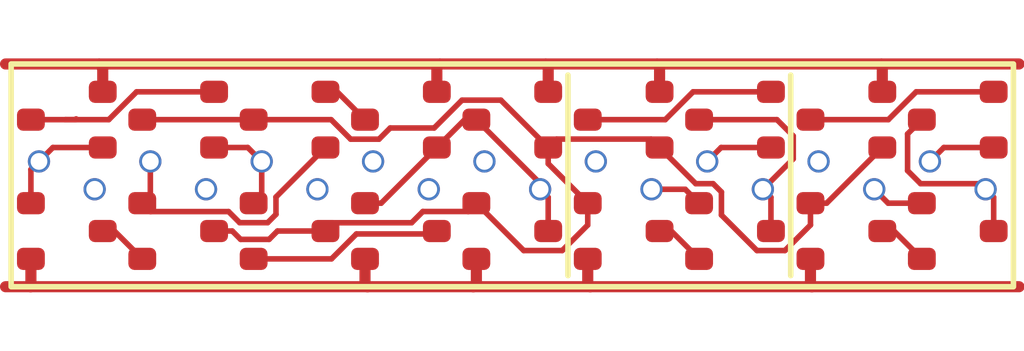
<source format=kicad_pcb>
(kicad_pcb (version 20241229) (generator "pcbnew") (generator_version "9.0")
  (layers (0 "F.Cu" signal) (2 "B.Cu" signal) (13 "F.Paste" user) (15 "B.Paste" user) (5 "F.SilkS" user "F.Silkscreen") (7 "B.SilkS" user "B.Silkscreen") (1 "F.Mask" user) (3 "B.Mask" user) (25 "Edge.Cuts" user))
  (net 0 "")
  (net 1 "GND")
  (net 2 "VDD")
  (net 3 "D")
  (net 4 "Q")
  (net 5 "latch.NOT1.intN")
  (net 6 "CLK")
  (net 7 "latch.NOT1.Y")
  (net 8 "latch.NOT1.intP")
  (net 9 "nCLK")
  (net 10 "latch.NOT3.intN")
  (net 11 "latch.NOT3.intP")
  (net 12 "port1.intN")
  (net 13 "EN1")
  (net 14 "Q1")
  (net 15 "port1.intP")
  (net 16 "nEN1")
  (net 17 "port2.intN")
  (net 18 "EN2")
  (net 19 "Q2")
  (net 20 "port2.intP")
  (net 21 "nEN2")
  (footprint "RV523:SOT523" (layer "F.Cu") (at 11 1 180)
    (property "Reference" "port1.P1" (hide yes))
    (property "Value" "PMOS" (hide yes))
    (pad "1" smd roundrect (at -0.645 -0.5) (size 0.5 0.399) (layers "F.Cu" "F.Mask" "F.Paste") (roundrect_rratio 0.275) (net 7 "latch.NOT1.Y"))
    (pad "2" smd roundrect (at -0.645 0.5) (size 0.5 0.399) (layers "F.Cu" "F.Mask" "F.Paste") (roundrect_rratio 0.275) (net 2 "VDD"))
    (pad "3" smd roundrect (at 0.645 0) (size 0.5 0.399) (layers "F.Cu" "F.Mask" "F.Paste") (roundrect_rratio 0.275) (net 15 "port1.intP"))
  )
  (footprint "RV523:SOT523" (layer "F.Cu") (at 15 1 180)
    (property "Reference" "port2.P1" (hide yes))
    (property "Value" "PMOS" (hide yes))
    (pad "1" smd roundrect (at -0.645 -0.5) (size 0.5 0.399) (layers "F.Cu" "F.Mask" "F.Paste") (roundrect_rratio 0.275) (net 7 "latch.NOT1.Y"))
    (pad "2" smd roundrect (at -0.645 0.5) (size 0.5 0.399) (layers "F.Cu" "F.Mask" "F.Paste") (roundrect_rratio 0.275) (net 2 "VDD"))
    (pad "3" smd roundrect (at 0.645 0) (size 0.5 0.399) (layers "F.Cu" "F.Mask" "F.Paste") (roundrect_rratio 0.275) (net 20 "port2.intP"))
  )
  (footprint "RV523:SOT523" (layer "F.Cu") (at 17 1 180)
    (property "Reference" "port2.P2" (hide yes))
    (property "Value" "PMOS" (hide yes))
    (pad "1" smd roundrect (at -0.645 -0.5) (size 0.5 0.399) (layers "F.Cu" "F.Mask" "F.Paste") (roundrect_rratio 0.275) (net 21 "nEN2"))
    (pad "2" smd roundrect (at -0.645 0.5) (size 0.5 0.399) (layers "F.Cu" "F.Mask" "F.Paste") (roundrect_rratio 0.275) (net 20 "port2.intP"))
    (pad "3" smd roundrect (at 0.645 0) (size 0.5 0.399) (layers "F.Cu" "F.Mask" "F.Paste") (roundrect_rratio 0.275) (net 19 "Q2"))
  )
  (footprint "RV523:SOT523" (layer "F.Cu") (at 9 1 180)
    (property "Reference" "latch.NOT2.P1" (hide yes))
    (property "Value" "PMOS" (hide yes))
    (pad "1" smd roundrect (at -0.645 -0.5) (size 0.5 0.399) (layers "F.Cu" "F.Mask" "F.Paste") (roundrect_rratio 0.275) (net 7 "latch.NOT1.Y"))
    (pad "2" smd roundrect (at -0.645 0.5) (size 0.5 0.399) (layers "F.Cu" "F.Mask" "F.Paste") (roundrect_rratio 0.275) (net 2 "VDD"))
    (pad "3" smd roundrect (at 0.645 0) (size 0.5 0.399) (layers "F.Cu" "F.Mask" "F.Paste") (roundrect_rratio 0.275) (net 4 "Q"))
  )
  (footprint "RV523:SOT523" (layer "F.Cu") (at 9 3)
    (property "Reference" "latch.NOT2.N1" (hide yes))
    (property "Value" "NMOS" (hide yes))
    (pad "1" smd roundrect (at -0.645 -0.5 180) (size 0.5 0.399) (layers "F.Cu" "F.Mask" "F.Paste") (roundrect_rratio 0.275) (net 7 "latch.NOT1.Y"))
    (pad "2" smd roundrect (at -0.645 0.5 180) (size 0.5 0.399) (layers "F.Cu" "F.Mask" "F.Paste") (roundrect_rratio 0.275) (net 1 "GND"))
    (pad "3" smd roundrect (at 0.645 0 180) (size 0.5 0.399) (layers "F.Cu" "F.Mask" "F.Paste") (roundrect_rratio 0.275) (net 4 "Q"))
  )
  (footprint "RV523:SOT523" (layer "F.Cu") (at 11 3)
    (property "Reference" "port1.N1" (hide yes))
    (property "Value" "NMOS" (hide yes))
    (pad "1" smd roundrect (at -0.645 -0.5 180) (size 0.5 0.399) (layers "F.Cu" "F.Mask" "F.Paste") (roundrect_rratio 0.275) (net 7 "latch.NOT1.Y"))
    (pad "2" smd roundrect (at -0.645 0.5 180) (size 0.5 0.399) (layers "F.Cu" "F.Mask" "F.Paste") (roundrect_rratio 0.275) (net 1 "GND"))
    (pad "3" smd roundrect (at 0.645 0 180) (size 0.5 0.399) (layers "F.Cu" "F.Mask" "F.Paste") (roundrect_rratio 0.275) (net 12 "port1.intN"))
  )
  (footprint "RV523:SOT523" (layer "F.Cu") (at 7 1 180)
    (property "Reference" "latch.NOT3.P1" (hide yes))
    (property "Value" "PMOS" (hide yes))
    (pad "1" smd roundrect (at -0.645 -0.5) (size 0.5 0.399) (layers "F.Cu" "F.Mask" "F.Paste") (roundrect_rratio 0.275) (net 4 "Q"))
    (pad "2" smd roundrect (at -0.645 0.5) (size 0.5 0.399) (layers "F.Cu" "F.Mask" "F.Paste") (roundrect_rratio 0.275) (net 2 "VDD"))
    (pad "3" smd roundrect (at 0.645 0) (size 0.5 0.399) (layers "F.Cu" "F.Mask" "F.Paste") (roundrect_rratio 0.275) (net 11 "latch.NOT3.intP"))
  )
  (footprint "RV523:SOT523" (layer "F.Cu") (at 7 3)
    (property "Reference" "latch.NOT3.N1" (hide yes))
    (property "Value" "NMOS" (hide yes))
    (pad "1" smd roundrect (at -0.645 -0.5 180) (size 0.5 0.399) (layers "F.Cu" "F.Mask" "F.Paste") (roundrect_rratio 0.275) (net 4 "Q"))
    (pad "2" smd roundrect (at -0.645 0.5 180) (size 0.5 0.399) (layers "F.Cu" "F.Mask" "F.Paste") (roundrect_rratio 0.275) (net 1 "GND"))
    (pad "3" smd roundrect (at 0.645 0 180) (size 0.5 0.399) (layers "F.Cu" "F.Mask" "F.Paste") (roundrect_rratio 0.275) (net 10 "latch.NOT3.intN"))
  )
  (footprint "RV523:SOT523" (layer "F.Cu") (at 3 3)
    (property "Reference" "latch.NOT1.N2" (hide yes))
    (property "Value" "NMOS" (hide yes))
    (pad "1" smd roundrect (at -0.645 -0.5 180) (size 0.5 0.399) (layers "F.Cu" "F.Mask" "F.Paste") (roundrect_rratio 0.275) (net 6 "CLK"))
    (pad "2" smd roundrect (at -0.645 0.5 180) (size 0.5 0.399) (layers "F.Cu" "F.Mask" "F.Paste") (roundrect_rratio 0.275) (net 5 "latch.NOT1.intN"))
    (pad "3" smd roundrect (at 0.645 0 180) (size 0.5 0.399) (layers "F.Cu" "F.Mask" "F.Paste") (roundrect_rratio 0.275) (net 7 "latch.NOT1.Y"))
  )
  (footprint "RV523:SOT523" (layer "F.Cu") (at 15 3)
    (property "Reference" "port2.N1" (hide yes))
    (property "Value" "NMOS" (hide yes))
    (pad "1" smd roundrect (at -0.645 -0.5 180) (size 0.5 0.399) (layers "F.Cu" "F.Mask" "F.Paste") (roundrect_rratio 0.275) (net 7 "latch.NOT1.Y"))
    (pad "2" smd roundrect (at -0.645 0.5 180) (size 0.5 0.399) (layers "F.Cu" "F.Mask" "F.Paste") (roundrect_rratio 0.275) (net 1 "GND"))
    (pad "3" smd roundrect (at 0.645 0 180) (size 0.5 0.399) (layers "F.Cu" "F.Mask" "F.Paste") (roundrect_rratio 0.275) (net 17 "port2.intN"))
  )
  (footprint "RV523:SOT523" (layer "F.Cu") (at 17 3)
    (property "Reference" "port2.N2" (hide yes))
    (property "Value" "NMOS" (hide yes))
    (pad "1" smd roundrect (at -0.645 -0.5 180) (size 0.5 0.399) (layers "F.Cu" "F.Mask" "F.Paste") (roundrect_rratio 0.275) (net 18 "EN2"))
    (pad "2" smd roundrect (at -0.645 0.5 180) (size 0.5 0.399) (layers "F.Cu" "F.Mask" "F.Paste") (roundrect_rratio 0.275) (net 17 "port2.intN"))
    (pad "3" smd roundrect (at 0.645 0 180) (size 0.5 0.399) (layers "F.Cu" "F.Mask" "F.Paste") (roundrect_rratio 0.275) (net 19 "Q2"))
  )
  (footprint "RV523:SOT523" (layer "F.Cu") (at 13 1 180)
    (property "Reference" "port1.P2" (hide yes))
    (property "Value" "PMOS" (hide yes))
    (pad "1" smd roundrect (at -0.645 -0.5) (size 0.5 0.399) (layers "F.Cu" "F.Mask" "F.Paste") (roundrect_rratio 0.275) (net 16 "nEN1"))
    (pad "2" smd roundrect (at -0.645 0.5) (size 0.5 0.399) (layers "F.Cu" "F.Mask" "F.Paste") (roundrect_rratio 0.275) (net 15 "port1.intP"))
    (pad "3" smd roundrect (at 0.645 0) (size 0.5 0.399) (layers "F.Cu" "F.Mask" "F.Paste") (roundrect_rratio 0.275) (net 14 "Q1"))
  )
  (footprint "RV523:SOT523" (layer "F.Cu") (at 5 1 180)
    (property "Reference" "latch.NOT3.P2" (hide yes))
    (property "Value" "PMOS" (hide yes))
    (pad "1" smd roundrect (at -0.645 -0.5) (size 0.5 0.399) (layers "F.Cu" "F.Mask" "F.Paste") (roundrect_rratio 0.275) (net 6 "CLK"))
    (pad "2" smd roundrect (at -0.645 0.5) (size 0.5 0.399) (layers "F.Cu" "F.Mask" "F.Paste") (roundrect_rratio 0.275) (net 11 "latch.NOT3.intP"))
    (pad "3" smd roundrect (at 0.645 0) (size 0.5 0.399) (layers "F.Cu" "F.Mask" "F.Paste") (roundrect_rratio 0.275) (net 7 "latch.NOT1.Y"))
  )
  (footprint "RV523:SOT523" (layer "F.Cu") (at 1 1 180)
    (property "Reference" "latch.NOT1.P1" (hide yes))
    (property "Value" "PMOS" (hide yes))
    (pad "1" smd roundrect (at -0.645 -0.5) (size 0.5 0.399) (layers "F.Cu" "F.Mask" "F.Paste") (roundrect_rratio 0.275) (net 3 "D"))
    (pad "2" smd roundrect (at -0.645 0.5) (size 0.5 0.399) (layers "F.Cu" "F.Mask" "F.Paste") (roundrect_rratio 0.275) (net 2 "VDD"))
    (pad "3" smd roundrect (at 0.645 0) (size 0.5 0.399) (layers "F.Cu" "F.Mask" "F.Paste") (roundrect_rratio 0.275) (net 8 "latch.NOT1.intP"))
  )
  (footprint "RV523:SOT523" (layer "F.Cu") (at 3 1 180)
    (property "Reference" "latch.NOT1.P2" (hide yes))
    (property "Value" "PMOS" (hide yes))
    (pad "1" smd roundrect (at -0.645 -0.5) (size 0.5 0.399) (layers "F.Cu" "F.Mask" "F.Paste") (roundrect_rratio 0.275) (net 9 "nCLK"))
    (pad "2" smd roundrect (at -0.645 0.5) (size 0.5 0.399) (layers "F.Cu" "F.Mask" "F.Paste") (roundrect_rratio 0.275) (net 8 "latch.NOT1.intP"))
    (pad "3" smd roundrect (at 0.645 0) (size 0.5 0.399) (layers "F.Cu" "F.Mask" "F.Paste") (roundrect_rratio 0.275) (net 7 "latch.NOT1.Y"))
  )
  (footprint "RV523:SOT523" (layer "F.Cu") (at 13 3)
    (property "Reference" "port1.N2" (hide yes))
    (property "Value" "NMOS" (hide yes))
    (pad "1" smd roundrect (at -0.645 -0.5 180) (size 0.5 0.399) (layers "F.Cu" "F.Mask" "F.Paste") (roundrect_rratio 0.275) (net 13 "EN1"))
    (pad "2" smd roundrect (at -0.645 0.5 180) (size 0.5 0.399) (layers "F.Cu" "F.Mask" "F.Paste") (roundrect_rratio 0.275) (net 12 "port1.intN"))
    (pad "3" smd roundrect (at 0.645 0 180) (size 0.5 0.399) (layers "F.Cu" "F.Mask" "F.Paste") (roundrect_rratio 0.275) (net 14 "Q1"))
  )
  (footprint "RV523:SOT523" (layer "F.Cu") (at 1 3)
    (property "Reference" "latch.NOT1.N1" (hide yes))
    (property "Value" "NMOS" (hide yes))
    (pad "1" smd roundrect (at -0.645 -0.5 180) (size 0.5 0.399) (layers "F.Cu" "F.Mask" "F.Paste") (roundrect_rratio 0.275) (net 3 "D"))
    (pad "2" smd roundrect (at -0.645 0.5 180) (size 0.5 0.399) (layers "F.Cu" "F.Mask" "F.Paste") (roundrect_rratio 0.275) (net 1 "GND"))
    (pad "3" smd roundrect (at 0.645 0 180) (size 0.5 0.399) (layers "F.Cu" "F.Mask" "F.Paste") (roundrect_rratio 0.275) (net 5 "latch.NOT1.intN"))
  )
  (footprint "RV523:SOT523" (layer "F.Cu") (at 5 3)
    (property "Reference" "latch.NOT3.N2" (hide yes))
    (property "Value" "NMOS" (hide yes))
    (pad "1" smd roundrect (at -0.645 -0.5 180) (size 0.5 0.399) (layers "F.Cu" "F.Mask" "F.Paste") (roundrect_rratio 0.275) (net 9 "nCLK"))
    (pad "2" smd roundrect (at -0.645 0.5 180) (size 0.5 0.399) (layers "F.Cu" "F.Mask" "F.Paste") (roundrect_rratio 0.275) (net 10 "latch.NOT3.intN"))
    (pad "3" smd roundrect (at 0.645 0 180) (size 0.5 0.399) (layers "F.Cu" "F.Mask" "F.Paste") (roundrect_rratio 0.275) (net 7 "latch.NOT1.Y"))
  )
  (gr_line (start 10 0.2) (end 10 3.8) (stroke (width 0.1)) (layer "F.SilkS"))
  (gr_rect (start 0 0) (end 18 4) (stroke (width 0.1)) (fill no) (layer "F.SilkS"))
  (gr_line (start 14 0.2) (end 14 3.8) (stroke (width 0.1)) (layer "F.SilkS"))
  (via (at 6.5 1.75) (size 0.4) (drill 0.3) (layers "F.Cu" "B.Cu") (net 0))
  (via (at 7.5 2.25) (size 0.4) (drill 0.3) (layers "F.Cu" "B.Cu") (net 0))
  (via (at 3.5 2.25) (size 0.4) (drill 0.3) (layers "F.Cu" "B.Cu") (net 0))
  (via (at 1.5 2.25) (size 0.4) (drill 0.3) (layers "F.Cu" "B.Cu") (net 0))
  (via (at 5.5 2.25) (size 0.4) (drill 0.3) (layers "F.Cu" "B.Cu") (net 0))
  (via (at 10.5 1.75) (size 0.4) (drill 0.3) (layers "F.Cu" "B.Cu") (net 0))
  (via (at 14.5 1.75) (size 0.4) (drill 0.3) (layers "F.Cu" "B.Cu") (net 0))
  (via (at 8.5 1.75) (size 0.4) (drill 0.3) (layers "F.Cu" "B.Cu") (net 0))
  (segment (start -0.1 4) (end 0.35 4) (width 0.2) (layer "F.Cu") (net 1))
  (segment (start 14.355 3.975) (end 14.38 4) (width 0.2) (layer "F.Cu") (net 1))
  (segment (start 10.4 4) (end 14.38 4) (width 0.2) (layer "F.Cu") (net 1))
  (segment (start 0.355 3.5) (end 0.355 3.995) (width 0.2) (layer "F.Cu") (net 1))
  (segment (start 10.355 3.955) (end 10.4 4) (width 0.2) (layer "F.Cu") (net 1))
  (segment (start 8.355 3.945) (end 8.3 4) (width 0.2) (layer "F.Cu") (net 1))
  (segment (start 0.35 4) (end 6.4 4) (width 0.2) (layer "F.Cu") (net 1))
  (segment (start 14.355 3.5) (end 14.355 3.975) (width 0.2) (layer "F.Cu") (net 1))
  (segment (start 6.355 3.5) (end 6.355 3.955) (width 0.2) (layer "F.Cu") (net 1))
  (segment (start 10.355 3.5) (end 10.355 3.955) (width 0.2) (layer "F.Cu") (net 1))
  (segment (start 0.355 3.995) (end 0.35 4) (width 0.2) (layer "F.Cu") (net 1))
  (segment (start 8.3 4) (end 10.4 4) (width 0.2) (layer "F.Cu") (net 1))
  (segment (start 6.4 4) (end 8.3 4) (width 0.2) (layer "F.Cu") (net 1))
  (segment (start 8.355 3.5) (end 8.355 3.945) (width 0.2) (layer "F.Cu") (net 1))
  (segment (start 6.355 3.955) (end 6.4 4) (width 0.2) (layer "F.Cu") (net 1))
  (segment (start 14.38 4) (end 18.1 4) (width 0.2) (layer "F.Cu") (net 1))
  (segment (start 11.645 0.045) (end 11.6 0) (width 0.2) (layer "F.Cu") (net 2))
  (segment (start 1.645 0.5) (end 1.645 0.065) (width 0.2) (layer "F.Cu") (net 2))
  (segment (start 7.645 0.055) (end 7.7 0) (width 0.2) (layer "F.Cu") (net 2))
  (segment (start 9.645 0.5) (end 9.645 0.045) (width 0.2) (layer "F.Cu") (net 2))
  (segment (start 9.6 0) (end 11.6 0) (width 0.2) (layer "F.Cu") (net 2))
  (segment (start 1.645 0.065) (end 1.58 0) (width 0.2) (layer "F.Cu") (net 2))
  (segment (start 15.63 0) (end 18.1 0) (width 0.2) (layer "F.Cu") (net 2))
  (segment (start 15.645 0.015) (end 15.63 0) (width 0.2) (layer "F.Cu") (net 2))
  (segment (start -0.1 0) (end 1.58 0) (width 0.2) (layer "F.Cu") (net 2))
  (segment (start 7.7 0) (end 9.6 0) (width 0.2) (layer "F.Cu") (net 2))
  (segment (start 7.645 0.5) (end 7.645 0.055) (width 0.2) (layer "F.Cu") (net 2))
  (segment (start 9.645 0.045) (end 9.6 0) (width 0.2) (layer "F.Cu") (net 2))
  (segment (start 11.6 0) (end 15.63 0) (width 0.2) (layer "F.Cu") (net 2))
  (segment (start 11.645 0.5) (end 11.645 0.045) (width 0.2) (layer "F.Cu") (net 2))
  (segment (start 15.645 0.5) (end 15.645 0.015) (width 0.2) (layer "F.Cu") (net 2))
  (segment (start 1.58 0) (end 7.7 0) (width 0.2) (layer "F.Cu") (net 2))
  (segment (start 0.75 1.5) (end 0.5 1.75) (width 0.1) (layer "F.Cu") (net 3))
  (segment (start 0.355 2.5) (end 0.355 1.895) (width 0.1) (layer "F.Cu") (net 3))
  (segment (start 1.645 1.5) (end 0.75 1.5) (width 0.1) (layer "F.Cu") (net 3))
  (segment (start 0.355 1.895) (end 0.5 1.75) (width 0.1) (layer "F.Cu") (net 3))
  (via (at 0.5 1.75) (size 0.4) (drill 0.3) (layers "F.Cu" "B.Cu") (net 3))
  (segment (start 8.355 1) (end 8.145 1) (width 0.1) (layer "F.Cu") (net 4))
  (segment (start 6.645 2.5) (end 7.645 1.5) (width 0.1) (layer "F.Cu") (net 4))
  (segment (start 8.355 1) (end 9.5 2.145) (width 0.1) (layer "F.Cu") (net 4))
  (segment (start 9.645 2.395) (end 9.5 2.25) (width 0.1) (layer "F.Cu") (net 4))
  (segment (start 8.145 1) (end 7.645 1.5) (width 0.1) (layer "F.Cu") (net 4))
  (segment (start 6.355 2.5) (end 6.645 2.5) (width 0.1) (layer "F.Cu") (net 4))
  (segment (start 9.645 3) (end 9.645 2.395) (width 0.1) (layer "F.Cu") (net 4))
  (segment (start 9.5 2.145) (end 9.5 2.25) (width 0.1) (layer "F.Cu") (net 4))
  (via (at 9.5 2.25) (size 0.4) (drill 0.3) (layers "F.Cu" "B.Cu") (net 4))
  (segment (start 1.855 3) (end 2.355 3.5) (width 0.1) (layer "F.Cu") (net 5))
  (segment (start 1.645 3) (end 1.855 3) (width 0.1) (layer "F.Cu") (net 5))
  (segment (start 2.5 1.75) (end 2.5 2.355) (width 0.1) (layer "F.Cu") (net 6))
  (segment (start 4.756 2.389) (end 4.756 2.700812) (width 0.1) (layer "F.Cu") (net 6))
  (segment (start 4.104242 2.85) (end 3.905242 2.651) (width 0.1) (layer "F.Cu") (net 6))
  (segment (start 2.5 2.355) (end 2.355 2.5) (width 0.1) (layer "F.Cu") (net 6))
  (segment (start 2.506 2.651) (end 2.355 2.5) (width 0.1) (layer "F.Cu") (net 6))
  (segment (start 4.606812 2.85) (end 4.104242 2.85) (width 0.1) (layer "F.Cu") (net 6))
  (segment (start 4.756 2.700812) (end 4.606812 2.85) (width 0.1) (layer "F.Cu") (net 6))
  (segment (start 3.905242 2.651) (end 2.506 2.651) (width 0.1) (layer "F.Cu") (net 6))
  (segment (start 5.645 1.5) (end 4.756 2.389) (width 0.1) (layer "F.Cu") (net 6))
  (via (at 2.5 1.75) (size 0.4) (drill 0.3) (layers "F.Cu" "B.Cu") (net 6))
  (segment (start 12.756 2.299188) (end 12.756 2.712812) (width 0.1) (layer "F.Cu") (net 7))
  (segment (start 9.645 1.5) (end 9.796 1.349) (width 0.1) (layer "F.Cu") (net 7))
  (segment (start 8.097312 0.6495) (end 7.597312 1.1495) (width 0.1) (layer "F.Cu") (net 7))
  (segment (start 9.2055 3.3505) (end 9.896312 3.3505) (width 0.1) (layer "F.Cu") (net 7))
  (segment (start 9.896312 3.3505) (end 10.355 2.891812) (width 0.1) (layer "F.Cu") (net 7))
  (segment (start 13.896312 3.3505) (end 14.355 2.891812) (width 0.1) (layer "F.Cu") (net 7))
  (segment (start 9.645 1.5) (end 8.7945 0.6495) (width 0.1) (layer "F.Cu") (net 7))
  (segment (start 4.121399 3.15) (end 4.632842 3.15) (width 0.1) (layer "F.Cu") (net 7))
  (segment (start 3.645 3) (end 3.971399 3) (width 0.1) (layer "F.Cu") (net 7))
  (segment (start 8.355 2.5) (end 8.2055 2.6495) (width 0.1) (layer "F.Cu") (net 7))
  (segment (start 12.756 2.712812) (end 13.393688 3.3505) (width 0.1) (layer "F.Cu") (net 7))
  (segment (start 7.597312 1.1495) (end 6.807312 1.1495) (width 0.1) (layer "F.Cu") (net 7))
  (segment (start 4.782842 3) (end 5.645 3) (width 0.1) (layer "F.Cu") (net 7))
  (segment (start 13.393688 3.3505) (end 13.896312 3.3505) (width 0.1) (layer "F.Cu") (net 7))
  (segment (start 6.807312 1.1495) (end 6.606312 1.3505) (width 0.1) (layer "F.Cu") (net 7))
  (segment (start 8.355 2.5) (end 9.2055 3.3505) (width 0.1) (layer "F.Cu") (net 7))
  (segment (start 9.645 1.5) (end 9.645 1.79) (width 0.1) (layer "F.Cu") (net 7))
  (segment (start 5.746812 1) (end 4.355 1) (width 0.1) (layer "F.Cu") (net 7))
  (segment (start 11.494 1.349) (end 11.645 1.5) (width 0.1) (layer "F.Cu") (net 7))
  (segment (start 6.097312 1.3505) (end 5.746812 1) (width 0.1) (layer "F.Cu") (net 7))
  (segment (start 10.355 2.891812) (end 10.355 2.5) (width 0.1) (layer "F.Cu") (net 7))
  (segment (start 2.355 1) (end 4.355 1) (width 0.1) (layer "F.Cu") (net 7))
  (segment (start 12.606312 2.1495) (end 12.756 2.299188) (width 0.1) (layer "F.Cu") (net 7))
  (segment (start 14.355 2.891812) (end 14.355 2.5) (width 0.1) (layer "F.Cu") (net 7))
  (segment (start 14.355 2.5) (end 14.645 2.5) (width 0.1) (layer "F.Cu") (net 7))
  (segment (start 7.393688 2.6495) (end 7.191688 2.8515) (width 0.1) (layer "F.Cu") (net 7))
  (segment (start 4.632842 3.15) (end 4.782842 3) (width 0.1) (layer "F.Cu") (net 7))
  (segment (start 8.7945 0.6495) (end 8.097312 0.6495) (width 0.1) (layer "F.Cu") (net 7))
  (segment (start 9.796 1.349) (end 11.494 1.349) (width 0.1) (layer "F.Cu") (net 7))
  (segment (start 7.191688 2.8515) (end 5.7935 2.8515) (width 0.1) (layer "F.Cu") (net 7))
  (segment (start 11.645 1.5) (end 12.2945 2.1495) (width 0.1) (layer "F.Cu") (net 7))
  (segment (start 9.645 1.79) (end 10.355 2.5) (width 0.1) (layer "F.Cu") (net 7))
  (segment (start 5.7935 2.8515) (end 5.645 3) (width 0.1) (layer "F.Cu") (net 7))
  (segment (start 3.971399 3) (end 4.121399 3.15) (width 0.1) (layer "F.Cu") (net 7))
  (segment (start 12.2945 2.1495) (end 12.606312 2.1495) (width 0.1) (layer "F.Cu") (net 7))
  (segment (start 6.606312 1.3505) (end 6.097312 1.3505) (width 0.1) (layer "F.Cu") (net 7))
  (segment (start 14.645 2.5) (end 15.645 1.5) (width 0.1) (layer "F.Cu") (net 7))
  (segment (start 8.2055 2.6495) (end 7.393688 2.6495) (width 0.1) (layer "F.Cu") (net 7))
  (segment (start 0.355 1) (end 0.976 1) (width 0.1) (layer "F.Cu") (net 8))
  (segment (start 0.976 1) (end 1.753188 1) (width 0.1) (layer "F.Cu") (net 8))
  (segment (start 0.976 1) (end 1.153 1) (width 0.1) (layer "F.Cu") (net 8))
  (segment (start 1.153 1) (end 1.167 0.986) (width 0.1) (layer "F.Cu") (net 8))
  (segment (start 1.753188 1) (end 2.253188 0.5) (width 0.1) (layer "F.Cu") (net 8))
  (segment (start 2.253188 0.5) (end 3.645 0.5) (width 0.1) (layer "F.Cu") (net 8))
  (segment (start 4.25 1.5) (end 4.5 1.75) (width 0.1) (layer "F.Cu") (net 9))
  (segment (start 3.645 1.5) (end 4.25 1.5) (width 0.1) (layer "F.Cu") (net 9))
  (segment (start 4.5 1.75) (end 4.5 2.355) (width 0.1) (layer "F.Cu") (net 9))
  (segment (start 4.5 2.355) (end 4.355 2.5) (width 0.1) (layer "F.Cu") (net 9))
  (via (at 4.5 1.75) (size 0.4) (drill 0.3) (layers "F.Cu" "B.Cu") (net 9))
  (segment (start 5.753188 3.5) (end 6.200688 3.0525) (width 0.1) (layer "F.Cu") (net 10))
  (segment (start 4.355 3.5) (end 5.753188 3.5) (width 0.1) (layer "F.Cu") (net 10))
  (segment (start 7.5925 3.0525) (end 7.645 3) (width 0.1) (layer "F.Cu") (net 10))
  (segment (start 6.200688 3.0525) (end 7.5925 3.0525) (width 0.1) (layer "F.Cu") (net 10))
  (segment (start 5.855 0.5) (end 6.355 1) (width 0.1) (layer "F.Cu") (net 11))
  (segment (start 5.645 0.5) (end 5.855 0.5) (width 0.1) (layer "F.Cu") (net 11))
  (segment (start 11.855 3) (end 12.355 3.5) (width 0.1) (layer "F.Cu") (net 12))
  (segment (start 11.645 3) (end 11.855 3) (width 0.1) (layer "F.Cu") (net 12))
  (segment (start 12.355 2.5) (end 12.105 2.25) (width 0.1) (layer "F.Cu") (net 13))
  (segment (start 12.105 2.25) (end 11.5 2.25) (width 0.1) (layer "F.Cu") (net 13))
  (via (at 11.5 2.25) (size 0.4) (drill 0.3) (layers "F.Cu" "B.Cu") (net 13))
  (segment (start 12.355 1) (end 13.753188 1) (width 0.1) (layer "F.Cu") (net 14))
  (segment (start 13.645 2.395) (end 13.5 2.25) (width 0.1) (layer "F.Cu") (net 14))
  (segment (start 13.753188 1) (end 14.046 1.292812) (width 0.1) (layer "F.Cu") (net 14))
  (segment (start 13.645 3) (end 13.645 2.395) (width 0.1) (layer "F.Cu") (net 14))
  (segment (start 14.046 1.704) (end 13.5 2.25) (width 0.1) (layer "F.Cu") (net 14))
  (segment (start 14.046 1.292812) (end 14.046 1.704) (width 0.1) (layer "F.Cu") (net 14))
  (via (at 13.5 2.25) (size 0.4) (drill 0.3) (layers "F.Cu" "B.Cu") (net 14))
  (segment (start 10.355 1) (end 11.746812 1) (width 0.1) (layer "F.Cu") (net 15))
  (segment (start 12.246812 0.5) (end 13.645 0.5) (width 0.1) (layer "F.Cu") (net 15))
  (segment (start 11.746812 1) (end 12.246812 0.5) (width 0.1) (layer "F.Cu") (net 15))
  (segment (start 13.645 1.5) (end 12.75 1.5) (width 0.1) (layer "F.Cu") (net 16))
  (segment (start 12.75 1.5) (end 12.5 1.75) (width 0.1) (layer "F.Cu") (net 16))
  (via (at 12.5 1.75) (size 0.4) (drill 0.3) (layers "F.Cu" "B.Cu") (net 16))
  (segment (start 15.645 3) (end 15.855 3) (width 0.1) (layer "F.Cu") (net 17))
  (segment (start 15.855 3) (end 16.355 3.5) (width 0.1) (layer "F.Cu") (net 17))
  (segment (start 16.355 2.5) (end 15.75 2.5) (width 0.1) (layer "F.Cu") (net 18))
  (segment (start 15.75 2.5) (end 15.5 2.25) (width 0.1) (layer "F.Cu") (net 18))
  (via (at 15.5 2.25) (size 0.4) (drill 0.3) (layers "F.Cu" "B.Cu") (net 18))
  (segment (start 16.3324 2.1495) (end 16.099 1.9161) (width 0.1) (layer "F.Cu") (net 19))
  (segment (start 16.099 1.256) (end 16.355 1) (width 0.1) (layer "F.Cu") (net 19))
  (segment (start 17.3995 2.1495) (end 16.3324 2.1495) (width 0.1) (layer "F.Cu") (net 19))
  (segment (start 17.645 2.395) (end 17.5 2.25) (width 0.1) (layer "F.Cu") (net 19))
  (segment (start 16.099 1.9161) (end 16.099 1.256) (width 0.1) (layer "F.Cu") (net 19))
  (segment (start 17.5 2.25) (end 17.3995 2.1495) (width 0.1) (layer "F.Cu") (net 19))
  (segment (start 17.645 3) (end 17.645 2.395) (width 0.1) (layer "F.Cu") (net 19))
  (via (at 17.5 2.25) (size 0.4) (drill 0.3) (layers "F.Cu" "B.Cu") (net 19))
  (segment (start 14.355 1) (end 15.753188 1) (width 0.1) (layer "F.Cu") (net 20))
  (segment (start 15.753188 1) (end 16.253188 0.5) (width 0.1) (layer "F.Cu") (net 20))
  (segment (start 16.253188 0.5) (end 17.645 0.5) (width 0.1) (layer "F.Cu") (net 20))
  (segment (start 17.645 1.5) (end 16.75 1.5) (width 0.1) (layer "F.Cu") (net 21))
  (segment (start 16.75 1.5) (end 16.5 1.75) (width 0.1) (layer "F.Cu") (net 21))
  (via (at 16.5 1.75) (size 0.4) (drill 0.3) (layers "F.Cu" "B.Cu") (net 21))
)
</source>
